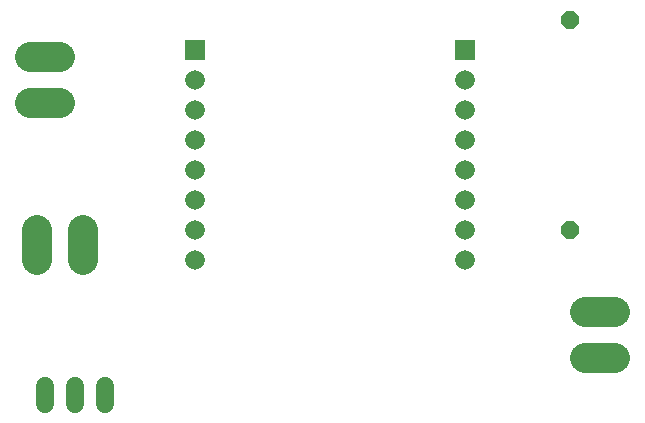
<source format=gbr>
G04 EAGLE Gerber RS-274X export*
G75*
%MOMM*%
%FSLAX34Y34*%
%LPD*%
%INBottom Copper*%
%IPPOS*%
%AMOC8*
5,1,8,0,0,1.08239X$1,22.5*%
G01*
%ADD10C,1.665000*%
%ADD11R,1.665000X1.665000*%
%ADD12C,2.514600*%
%ADD13P,1.649562X8X112.500000*%
%ADD14C,1.524000*%


D10*
X139700Y749300D03*
X139700Y774700D03*
X139700Y800100D03*
X139700Y825500D03*
X139700Y850900D03*
X139700Y876300D03*
X139700Y901700D03*
D11*
X139700Y927100D03*
X368300Y927100D03*
D10*
X368300Y901700D03*
X368300Y876300D03*
X368300Y850900D03*
X368300Y825500D03*
X368300Y800100D03*
X368300Y774700D03*
X368300Y749300D03*
D12*
X25273Y881888D02*
X127Y881888D01*
X127Y921512D02*
X25273Y921512D01*
X470027Y705612D02*
X495173Y705612D01*
X495173Y665988D02*
X470027Y665988D01*
D13*
X457200Y774700D03*
X457200Y952500D03*
D14*
X12700Y642620D02*
X12700Y627380D01*
X38100Y627380D02*
X38100Y642620D01*
X63500Y642620D02*
X63500Y627380D01*
D12*
X5588Y749427D02*
X5588Y774573D01*
X45212Y774573D02*
X45212Y749427D01*
M02*

</source>
